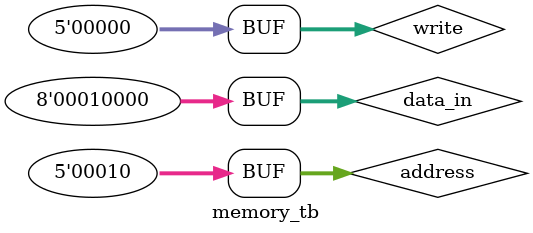
<source format=v>
module memory(output reg [7:0] data_out,input [4:0] address,input [7:0] data_in,input write);

reg [7:0] memory [0:31];

initial begin 
	memory[0] = 8'b00000000; //0
	memory[1] = 8'b11010010; //-46
	memory[2] = 8'b01010101; //85
	memory[3] = 8'b00000000; //0
	memory[4] = 8'b11111000; //-8
	memory[5] = 8'b00010010; //18
	memory[6] = 8'b01101110; //110
	memory[7] = 8'b10000010; //-126
	memory[8] = 8'b00110101; //53
	memory[9] = 8'b01001010; //74
	memory[10] = 8'b11001011; //-53
	memory[11] = 8'b00010011; //19
	memory[12] = 8'b01100110; //102
	memory[13] = 8'b10001001; //-119
	memory[14] = 8'b01011111; //95
	memory[15] = 8'b01010011; //83
	memory[16] = 8'b00000111; //7
	memory[17] = 8'b10011111; //-97
	memory[18] = 8'b01001100; //76
	memory[19] = 8'b11110000; //-16
	memory[20] = 8'b00000001; //1
	memory[21] = 8'b00110100; //52
	memory[22] = 8'b00110010; //50
	memory[23] = 8'b00111100; //60
	memory[24] = 8'b00011001; //25
	memory[25] = 8'b10110101; //-75
	memory[26] = 8'b00000101; //5
	memory[27] = 8'b00001001; //9
	memory[28] = 8'b01100111; //103
	memory[29] = 8'b10100111; //-89
	memory[30] = 8'b01110010; //114
	memory[31] = 8'b00001011; //11
end

always @(*)
begin
	if (write) memory[address] <= data_in;
	else data_out <= memory[address];	
end

endmodule

module memory_tb;
reg [7:0] data_in;
reg [4:0] address, write;
wire [7:0] data_out;

memory dut (data_out, address, data_in, write);

initial begin
  address = 0;
  data_in = 0;
  write = 0;

  #10 write = 1;
  #10 address = 1;
  #10 data_in = 8;

  #10 write = 0;

  #10 address = 1;

  #10 write = 1;
  #10 address = 2;
  #10 data_in = 16;

  #10 write = 0;

  #10 address = 2;
end

endmodule


</source>
